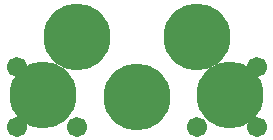
<source format=gtl>
%MOIN*%
%FSLAX25Y25*%
G04 D10 used for Character Trace; *
G04     Circle (OD=.01000) (No hole)*
G04 D11 used for Power Trace; *
G04     Circle (OD=.06700) (No hole)*
G04 D12 used for Signal Trace; *
G04     Circle (OD=.01100) (No hole)*
G04 D13 used for Via; *
G04     Circle (OD=.05800) (Round. Hole ID=.02800)*
G04 D14 used for Component hole; *
G04     Circle (OD=.06500) (Round. Hole ID=.03500)*
G04 D15 used for Component hole; *
G04     Circle (OD=.06700) (Round. Hole ID=.04300)*
G04 D16 used for Component hole; *
G04     Circle (OD=.08100) (Round. Hole ID=.05100)*
G04 D17 used for Component hole; *
G04     Circle (OD=.08900) (Round. Hole ID=.05900)*
G04 D18 used for Component hole; *
G04     Circle (OD=.11300) (Round. Hole ID=.08300)*
G04 D19 used for Component hole; *
G04     Circle (OD=.16000) (Round. Hole ID=.13000)*
G04 D20 used for Component hole; *
G04     Circle (OD=.18300) (Round. Hole ID=.15300)*
G04 D21 used for Component hole; *
G04     Circle (OD=.22291) (Round. Hole ID=.19291)*
%ADD10C,.01000*%
%ADD11C,.06700*%
%ADD12C,.01100*%
%ADD13C,.05800*%
%ADD14C,.06500*%
%ADD15C,.06700*%
%ADD16C,.08100*%
%ADD17C,.08900*%
%ADD18C,.11300*%
%ADD19C,.16000*%
%ADD20C,.18300*%
%ADD21C,.22291*%
%IPPOS*%
%LPD*%
G90*X0Y0D02*D15*X5000Y5000D03*D21*X13750Y15625D03*
D15*X5000Y25000D03*X25000Y5000D03*D21*Y35000D03*  
X45000Y15000D03*D15*X65000Y5000D03*D21*Y35000D03* 
X76250Y15625D03*D15*X85000Y5000D03*Y25000D03*M02* 

</source>
